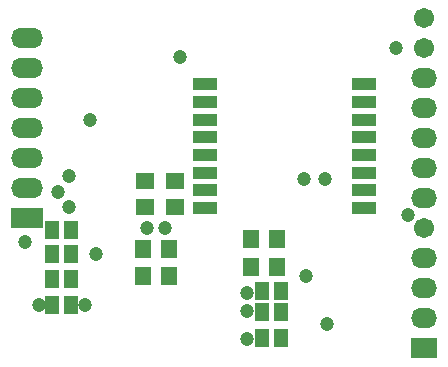
<source format=gbs>
G04 Layer_Color=16711935*
%FSLAX43Y43*%
%MOMM*%
G71*
G01*
G75*
%ADD33R,1.203X1.503*%
%ADD37R,1.453X1.503*%
%ADD38C,1.703*%
%ADD39O,2.203X1.703*%
%ADD40R,2.203X1.703*%
%ADD41O,2.703X1.703*%
%ADD42R,2.703X1.703*%
%ADD43C,1.203*%
%ADD44R,2.002X1.002*%
%ADD45R,1.503X1.453*%
D33*
X5245Y4953D02*
D03*
X3645D02*
D03*
X3645Y7112D02*
D03*
X5245D02*
D03*
X5245Y9271D02*
D03*
X3645D02*
D03*
X5245Y11303D02*
D03*
X3645D02*
D03*
X23025Y4318D02*
D03*
X21425D02*
D03*
X23025Y6096D02*
D03*
X21425D02*
D03*
Y2159D02*
D03*
X23025D02*
D03*
D37*
X11346Y7366D02*
D03*
X13546D02*
D03*
Y9652D02*
D03*
X11346D02*
D03*
X22690Y10541D02*
D03*
X20490D02*
D03*
X22690Y8128D02*
D03*
X20490D02*
D03*
D38*
X35179Y29210D02*
D03*
Y26670D02*
D03*
Y11430D02*
D03*
D39*
Y24130D02*
D03*
Y21590D02*
D03*
Y19050D02*
D03*
Y16510D02*
D03*
Y13970D02*
D03*
Y8890D02*
D03*
Y6350D02*
D03*
Y3810D02*
D03*
D40*
Y1270D02*
D03*
D41*
X1524Y27559D02*
D03*
Y25019D02*
D03*
Y22479D02*
D03*
Y19939D02*
D03*
Y14859D02*
D03*
Y17399D02*
D03*
D42*
Y12319D02*
D03*
D43*
X13208Y11430D02*
D03*
X11684D02*
D03*
X4191Y14478D02*
D03*
X5080Y15875D02*
D03*
X33782Y12573D02*
D03*
X32766Y26670D02*
D03*
X6858Y20574D02*
D03*
X5080Y13208D02*
D03*
X20193Y5969D02*
D03*
Y4445D02*
D03*
X1397Y10287D02*
D03*
X2540Y4953D02*
D03*
X20193Y2032D02*
D03*
X25146Y7366D02*
D03*
X7366Y9271D02*
D03*
X6477Y4953D02*
D03*
X25019Y15621D02*
D03*
X26797D02*
D03*
X14478Y25908D02*
D03*
X26924Y3302D02*
D03*
D44*
X30099Y23622D02*
D03*
Y22122D02*
D03*
Y20622D02*
D03*
Y19122D02*
D03*
Y17622D02*
D03*
Y16122D02*
D03*
Y14622D02*
D03*
Y13122D02*
D03*
X16599D02*
D03*
Y14622D02*
D03*
Y16122D02*
D03*
Y17622D02*
D03*
Y19122D02*
D03*
Y20622D02*
D03*
Y22122D02*
D03*
Y23622D02*
D03*
D45*
X14097Y15451D02*
D03*
Y13251D02*
D03*
X11557Y15451D02*
D03*
Y13251D02*
D03*
M02*

</source>
